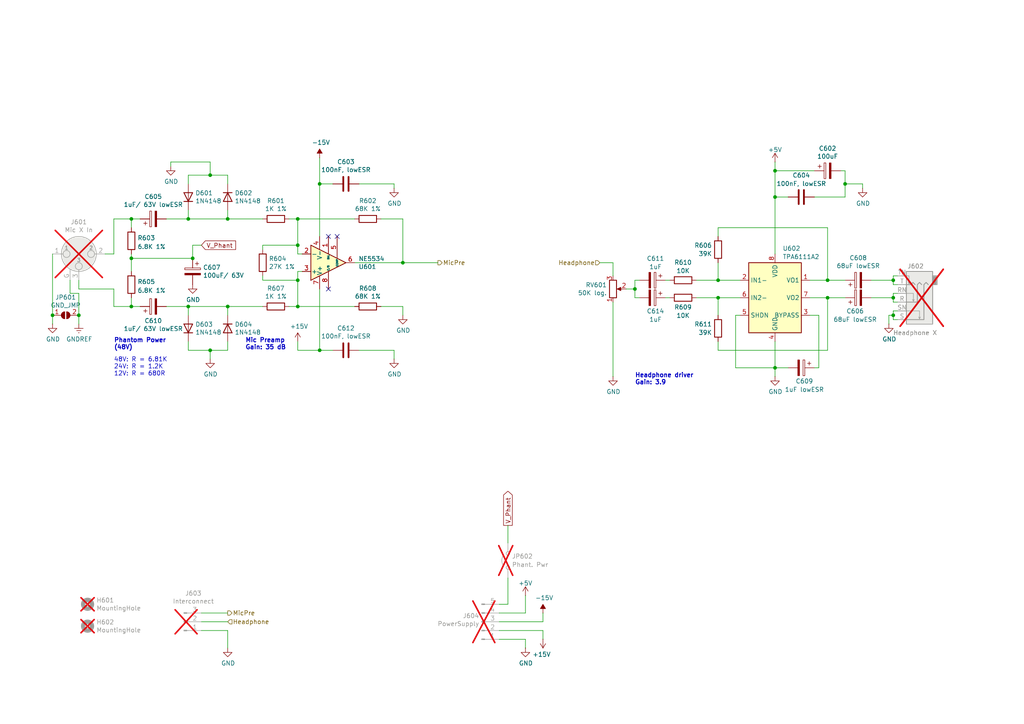
<source format=kicad_sch>
(kicad_sch (version 20231120) (generator "eeschema") (generator_version "8.0")
  (paper "A4")
  (title_block (title "c3lingo interpeter unit -- channel strip (I/O)") (date "2024-08-30") (rev "v0.3.1") (company "Jannik Beyerstedt (jtbx)") (comment 1 "Prototype 2"))
  (lib_symbols
    (symbol "Amplifier_Operational:NE5534" (pin_names (offset 0.127))
      (property "Reference" "U" (at 1.27 6.35 0))
      (property "Value" "NE5534" (at 1.27 3.81 0))
      (symbol "NE5534_0_1"
        (polyline (pts (xy -5.08 5.08) (xy 5.08 0) (xy -5.08 -5.08) (xy -5.08 5.08)) (stroke (width 0.254)) (fill (type background)))
      )
      (symbol "NE5534_1_1"
        (pin input line (at 0 -7.62 90) (length 5.08) (name "BAL") (number "1"))
        (pin input line (at -7.62 -2.54 0) (length 2.54) (name "-") (number "2"))
        (pin input line (at -7.62 2.54 0) (length 2.54) (name "+") (number "3"))
        (pin power_in line (at -2.54 -7.62 90) (length 3.81) (name "V-") (number "4"))
        (pin input line (at 2.54 -7.62 90) (length 6.35) (name "COMP") (number "5"))
        (pin output line (at 7.62 0 180) (length 2.54) (name "~") (number "6"))
        (pin power_in line (at -2.54 7.62 270) (length 3.81) (name "V+") (number "7"))
        (pin input line (at 0 7.62 270) (length 5.08) (name "C/B") (number "8"))
      )
    )
    (symbol "Connector:Conn_01x03_Pin" (pin_names (offset 1.016) hide)
      (property "Reference" "J" (at 0 5.08 0))
      (property "Value" "Conn_01x03_Pin" (at 0 -5.08 0))
      (symbol "Conn_01x03_Pin_1_1"
        (polyline (pts (xy 1.27 -2.54) (xy 0.8636 -2.54)) (stroke (width 0.1524)))
        (polyline (pts (xy 1.27 0) (xy 0.8636 0)) (stroke (width 0.1524)))
        (polyline (pts (xy 1.27 2.54) (xy 0.8636 2.54)) (stroke (width 0.1524)))
        (rectangle (start 0.8636 -2.413) (end 0 -2.667) (stroke (width 0.1524)) (fill (type outline)))
        (rectangle (start 0.8636 0.127) (end 0 -0.127) (stroke (width 0.1524)) (fill (type outline)))
        (rectangle (start 0.8636 2.667) (end 0 2.413) (stroke (width 0.1524)) (fill (type outline)))
        (pin passive line (at 5.08 2.54 180) (length 3.81) (name "Pin_1") (number "1"))
        (pin passive line (at 5.08 0 180) (length 3.81) (name "Pin_2") (number "2"))
        (pin passive line (at 5.08 -2.54 180) (length 3.81) (name "Pin_3") (number "3"))
      )
    )
    (symbol "Connector:Conn_01x05_Pin" (pin_names (offset 1.016) hide)
      (property "Reference" "J" (at 0 7.62 0))
      (property "Value" "Conn_01x05_Pin" (at 0 -7.62 0))
      (symbol "Conn_01x05_Pin_1_1"
        (polyline (pts (xy 1.27 -5.08) (xy 0.8636 -5.08)) (stroke (width 0.1524)))
        (polyline (pts (xy 1.27 -2.54) (xy 0.8636 -2.54)) (stroke (width 0.1524)))
        (polyline (pts (xy 1.27 0) (xy 0.8636 0)) (stroke (width 0.1524)))
        (polyline (pts (xy 1.27 2.54) (xy 0.8636 2.54)) (stroke (width 0.1524)))
        (polyline (pts (xy 1.27 5.08) (xy 0.8636 5.08)) (stroke (width 0.1524)))
        (rectangle (start 0.8636 -4.953) (end 0 -5.207) (stroke (width 0.1524)) (fill (type outline)))
        (rectangle (start 0.8636 -2.413) (end 0 -2.667) (stroke (width 0.1524)) (fill (type outline)))
        (rectangle (start 0.8636 0.127) (end 0 -0.127) (stroke (width 0.1524)) (fill (type outline)))
        (rectangle (start 0.8636 2.667) (end 0 2.413) (stroke (width 0.1524)) (fill (type outline)))
        (rectangle (start 0.8636 5.207) (end 0 4.953) (stroke (width 0.1524)) (fill (type outline)))
        (pin passive line (at 5.08 5.08 180) (length 3.81) (name "Pin_1") (number "1"))
        (pin passive line (at 5.08 2.54 180) (length 3.81) (name "Pin_2") (number "2"))
        (pin passive line (at 5.08 0 180) (length 3.81) (name "Pin_3") (number "3"))
        (pin passive line (at 5.08 -2.54 180) (length 3.81) (name "Pin_4") (number "4"))
        (pin passive line (at 5.08 -5.08 180) (length 3.81) (name "Pin_5") (number "5"))
      )
    )
    (symbol "Connector_Audio:NJ6FD-V"
      (property "Reference" "J" (at 0 11.43 0))
      (property "Value" "NJ6FD-V" (at 0 8.89 0))
      (symbol "NJ6FD-V_0_1"
        (rectangle (start -5.08 -5.08) (end -6.35 -7.62) (stroke (width 0.254)) (fill (type outline)))
        (polyline (pts (xy -1.27 4.826) (xy -1.016 4.318)))
        (polyline (pts (xy 0.508 -0.254) (xy 0.762 -0.762)))
        (polyline (pts (xy 1.778 -5.334) (xy 2.032 -5.842)))
        (polyline (pts (xy 0 -5.08) (xy 0.635 -5.715) (xy 1.27 -5.08) (xy 2.54 -5.08)) (stroke (width 0.254)))
        (polyline (pts (xy 2.54 -7.62) (xy 1.778 -7.62) (xy 1.778 -5.334) (xy 1.524 -5.842)))
        (polyline (pts (xy 2.54 -2.54) (xy 0.508 -2.54) (xy 0.508 -0.254) (xy 0.254 -0.762)))
        (polyline (pts (xy 2.54 2.54) (xy -1.27 2.54) (xy -1.27 4.826) (xy -1.524 4.318)))
        (polyline (pts (xy -1.905 -5.08) (xy -1.27 -5.715) (xy -0.635 -5.08) (xy -0.635 0) (xy 2.54 0)) (stroke (width 0.254)))
        (polyline (pts (xy 2.54 5.08) (xy -2.54 5.08) (xy -2.54 -5.08) (xy -3.175 -5.715) (xy -3.81 -5.08)) (stroke (width 0.254)))
        (rectangle (start 2.54 6.35) (end -5.08 -8.89) (stroke (width 0.254)) (fill (type background)))
      )
      (symbol "NJ6FD-V_1_1"
        (pin passive line (at 5.08 0 180) (length 2.54) (name "~") (number "R"))
        (pin passive line (at 5.08 -2.54 180) (length 2.54) (name "~") (number "RN"))
        (pin passive line (at 5.08 5.08 180) (length 2.54) (name "~") (number "S"))
        (pin passive line (at 5.08 2.54 180) (length 2.54) (name "~") (number "SN"))
        (pin passive line (at 5.08 -5.08 180) (length 2.54) (name "~") (number "T"))
        (pin passive line (at 5.08 -7.62 180) (length 2.54) (name "~") (number "TN"))
      )
    )
    (symbol "Connector_Audio:XLR3_Ground" (pin_names hide)
      (property "Reference" "J" (at 0 8.89 0))
      (property "Value" "XLR3_Ground" (at 0 6.35 0))
      (symbol "XLR3_Ground_0_1"
        (circle (center -3.556 0) (radius 1.016))
        (circle (center 0 -3.556) (radius 1.016))
        (polyline (pts (xy -5.08 0) (xy -4.572 0)))
        (polyline (pts (xy -2.54 -5.08) (xy -2.54 -4.445)))
        (polyline (pts (xy 0 -5.08) (xy 0 -4.572)))
        (polyline (pts (xy 5.08 0) (xy 4.572 0)))
        (circle (center 0 0) (radius 5.08) (fill (type background)))
        (circle (center 3.556 0) (radius 1.016))
        (text "1" (at -3.556 1.778 0) (effects (font (size 1.016 1.016) (bold yes))))
        (text "2" (at 3.556 1.778 0) (effects (font (size 1.016 1.016) (bold yes))))
        (text "3" (at 0 -1.778 0) (effects (font (size 1.016 1.016) (bold yes))))
        (pin passive line (at -7.62 0 0) (length 2.54) (name "~") (number "1"))
        (pin passive line (at 7.62 0 180) (length 2.54) (name "~") (number "2"))
        (pin passive line (at 0 -7.62 90) (length 2.54) (name "~") (number "3"))
      )
      (symbol "XLR3_Ground_1_1"
        (pin passive line (at -2.54 -7.62 90) (length 2.54) (name "~") (number "G"))
      )
    )
    (symbol "Device:C" (pin_numbers hide) (pin_names (offset 0.254))
      (property "Reference" "C" (at 0.635 2.54 0))
      (property "Value" "C" (at 0.635 -2.54 0))
      (symbol "C_0_1"
        (polyline (pts (xy -2.032 -0.762) (xy 2.032 -0.762)) (stroke (width 0.508)))
        (polyline (pts (xy -2.032 0.762) (xy 2.032 0.762)) (stroke (width 0.508)))
      )
      (symbol "C_1_1"
        (pin passive line (at 0 3.81 270) (length 2.794) (name "~") (number "1"))
        (pin passive line (at 0 -3.81 90) (length 2.794) (name "~") (number "2"))
      )
    )
    (symbol "Device:C_Polarized" (pin_numbers hide) (pin_names (offset 0.254))
      (property "Reference" "C" (at 0.635 2.54 0))
      (property "Value" "C_Polarized" (at 0.635 -2.54 0))
      (symbol "C_Polarized_0_1"
        (rectangle (start -2.286 0.508) (end 2.286 1.016))
        (polyline (pts (xy -1.778 2.286) (xy -0.762 2.286)))
        (polyline (pts (xy -1.27 2.794) (xy -1.27 1.778)))
        (rectangle (start 2.286 -0.508) (end -2.286 -1.016) (fill (type outline)))
      )
      (symbol "C_Polarized_1_1"
        (pin passive line (at 0 3.81 270) (length 2.794) (name "~") (number "1"))
        (pin passive line (at 0 -3.81 90) (length 2.794) (name "~") (number "2"))
      )
    )
    (symbol "Device:D" (pin_numbers hide) (pin_names (offset 1.016) hide)
      (property "Reference" "D" (at 0 2.54 0))
      (property "Value" "D" (at 0 -2.54 0))
      (symbol "D_0_1"
        (polyline (pts (xy -1.27 1.27) (xy -1.27 -1.27)) (stroke (width 0.254)))
        (polyline (pts (xy 1.27 0) (xy -1.27 0)))
        (polyline (pts (xy 1.27 1.27) (xy 1.27 -1.27) (xy -1.27 0) (xy 1.27 1.27)) (stroke (width 0.254)))
      )
      (symbol "D_1_1"
        (pin passive line (at -3.81 0 0) (length 2.54) (name "K") (number "1"))
        (pin passive line (at 3.81 0 180) (length 2.54) (name "A") (number "2"))
      )
    )
    (symbol "Device:R" (pin_numbers hide) (pin_names (offset 0))
      (property "Reference" "R" (at 2.032 0 90))
      (property "Value" "R" (at 0 0 90))
      (symbol "R_0_1"
        (rectangle (start -1.016 -2.54) (end 1.016 2.54) (stroke (width 0.254)))
      )
      (symbol "R_1_1"
        (pin passive line (at 0 3.81 270) (length 1.27) (name "~") (number "1"))
        (pin passive line (at 0 -3.81 90) (length 1.27) (name "~") (number "2"))
      )
    )
    (symbol "Device:R_Potentiometer" (pin_names (offset 1.016) hide)
      (property "Reference" "RV" (at -4.445 0 90))
      (property "Value" "R_Potentiometer" (at -2.54 0 90))
      (symbol "R_Potentiometer_0_1"
        (polyline (pts (xy 2.54 0) (xy 1.524 0)))
        (polyline (pts (xy 1.143 0) (xy 2.286 0.508) (xy 2.286 -0.508) (xy 1.143 0)) (fill (type outline)))
        (rectangle (start 1.016 2.54) (end -1.016 -2.54) (stroke (width 0.254)))
      )
      (symbol "R_Potentiometer_1_1"
        (pin passive line (at 0 3.81 270) (length 1.27) (name "1") (number "1"))
        (pin passive line (at 3.81 0 180) (length 1.27) (name "2") (number "2"))
        (pin passive line (at 0 -3.81 90) (length 1.27) (name "3") (number "3"))
      )
    )
    (symbol "Jumper:Jumper_2_Open" (pin_numbers hide) (pin_names (offset 0) hide) (exclude_from_sim yes)
      (property "Reference" "JP" (at 0 2.794 0))
      (property "Value" "Jumper_2_Open" (at 0 -2.286 0))
      (symbol "Jumper_2_Open_0_0"
        (circle (center -2.032 0) (radius 0.508))
        (circle (center 2.032 0) (radius 0.508))
      )
      (symbol "Jumper_2_Open_0_1"
        (arc (start 1.524 1.27) (mid 0 1.778) (end -1.524 1.27))
      )
      (symbol "Jumper_2_Open_1_1"
        (pin passive line (at -5.08 0 0) (length 2.54) (name "A") (number "1"))
        (pin passive line (at 5.08 0 180) (length 2.54) (name "B") (number "2"))
      )
    )
    (symbol "Jumper:SolderJumper_2_Open" (pin_names (offset 0) hide)
      (property "Reference" "JP" (at 0 2.032 0))
      (property "Value" "SolderJumper_2_Open" (at 0 -2.54 0))
      (symbol "SolderJumper_2_Open_0_1"
        (arc (start -0.254 1.016) (mid -1.2656 0) (end -0.254 -1.016))
        (arc (start -0.254 1.016) (mid -1.2656 0) (end -0.254 -1.016) (fill (type outline)))
        (polyline (pts (xy -0.254 1.016) (xy -0.254 -1.016)))
        (polyline (pts (xy 0.254 1.016) (xy 0.254 -1.016)))
        (arc (start 0.254 -1.016) (mid 1.2656 0) (end 0.254 1.016))
        (arc (start 0.254 -1.016) (mid 1.2656 0) (end 0.254 1.016) (fill (type outline)))
      )
      (symbol "SolderJumper_2_Open_1_1"
        (pin passive line (at -3.81 0 0) (length 2.54) (name "A") (number "1"))
        (pin passive line (at 3.81 0 180) (length 2.54) (name "B") (number "2"))
      )
    )
    (symbol "Mechanical:MountingHole" (pin_names (offset 1.016))
      (property "Reference" "H" (at 0 5.08 0))
      (property "Value" "MountingHole" (at 0 3.175 0))
      (symbol "MountingHole_0_1"
        (circle (center 0 0) (radius 1.27) (stroke (width 1.27)))
      )
    )
    (symbol "c3lingo_unit:TPA6111A2"
      (property "Reference" "U" (at -6.35 11.43 0))
      (property "Value" "TPA6111A2" (at 6.35 11.43 0))
      (symbol "TPA6111A2_0_1"
        (rectangle (start -7.62 10.16) (end 7.62 -10.16) (stroke (width 0.254)) (fill (type background)))
      )
      (symbol "TPA6111A2_1_1"
        (pin output line (at 10.16 5.08 180) (length 2.54) (name "VO1") (number "1"))
        (pin input line (at -10.16 5.08 0) (length 2.54) (name "IN1-") (number "2"))
        (pin passive line (at 10.16 -5.08 180) (length 2.54) (name "BYPASS") (number "3"))
        (pin power_in line (at 0 -12.7 90) (length 2.54) (name "GND") (number "4"))
        (pin input line (at -10.16 -5.08 0) (length 2.54) (name "SHDN") (number "5"))
        (pin input line (at -10.16 0 0) (length 2.54) (name "IN2-") (number "6"))
        (pin output line (at 10.16 0 180) (length 2.54) (name "VO2") (number "7"))
        (pin power_in line (at 0 12.7 270) (length 2.54) (name "VDD") (number "8"))
      )
    )
    (symbol "power:+15V" (power) (pin_numbers hide) (pin_names (offset 0) hide)
      (property "Value" "+15V" (at 0 3.556 0))
      (symbol "+15V_0_1"
        (polyline (pts (xy -0.762 1.27) (xy 0 2.54)))
        (polyline (pts (xy 0 0) (xy 0 2.54)))
        (polyline (pts (xy 0 2.54) (xy 0.762 1.27)))
      )
      (symbol "+15V_1_1"
        (pin power_in line (at 0 0 90) (length 0) (name "~") (number "1"))
      )
    )
    (symbol "power:+5V" (power) (pin_numbers hide) (pin_names (offset 0) hide)
      (property "Value" "+5V" (at 0 3.556 0))
      (symbol "+5V_0_1"
        (polyline (pts (xy -0.762 1.27) (xy 0 2.54)))
        (polyline (pts (xy 0 0) (xy 0 2.54)))
        (polyline (pts (xy 0 2.54) (xy 0.762 1.27)))
      )
      (symbol "+5V_1_1"
        (pin power_in line (at 0 0 90) (length 0) (name "~") (number "1"))
      )
    )
    (symbol "power:-15V" (power) (pin_numbers hide) (pin_names (offset 0) hide)
      (property "Value" "-15V" (at 0 3.556 0))
      (symbol "-15V_0_0"
        (pin power_in line (at 0 0 90) (length 0) (name "~") (number "1"))
      )
      (symbol "-15V_0_1"
        (polyline (pts (xy 0 0) (xy 0 1.27) (xy 0.762 1.27) (xy 0 2.54) (xy -0.762 1.27) (xy 0 1.27)) (fill (type outline)))
      )
    )
    (symbol "power:GND" (power) (pin_numbers hide) (pin_names (offset 0) hide)
      (property "Value" "GND" (at 0 -3.81 0))
      (symbol "GND_0_1"
        (polyline (pts (xy 0 0) (xy 0 -1.27) (xy 1.27 -1.27) (xy 0 -2.54) (xy -1.27 -1.27) (xy 0 -1.27)))
      )
      (symbol "GND_1_1"
        (pin power_in line (at 0 0 270) (length 0) (name "~") (number "1"))
      )
    )
    (symbol "power:GNDREF" (power) (pin_numbers hide) (pin_names (offset 0) hide)
      (property "Value" "GNDREF" (at 0 -3.81 0))
      (symbol "GNDREF_0_1"
        (polyline (pts (xy -0.635 -1.905) (xy 0.635 -1.905)))
        (polyline (pts (xy -0.127 -2.54) (xy 0.127 -2.54)))
        (polyline (pts (xy 0 -1.27) (xy 0 0)))
        (polyline (pts (xy 1.27 -1.27) (xy -1.27 -1.27)))
      )
      (symbol "GNDREF_1_1"
        (pin power_in line (at 0 0 270) (length 0) (name "~") (number "1"))
      )
    )
  )
  (junction (at 245.11 53.34))
  (junction (at 224.79 49.53))
  (junction (at 60.96 101.6))
  (junction (at 15.24 91.44))
  (junction (at 208.28 86.36))
  (junction (at 92.71 53.34))
  (junction (at 259.08 91.44))
  (junction (at 224.79 57.15))
  (junction (at 86.36 71.12))
  (junction (at 22.86 91.44))
  (junction (at 38.1 88.9))
  (junction (at 55.88 74.93))
  (junction (at 208.28 81.28))
  (junction (at 224.79 106.68))
  (junction (at 60.96 50.8))
  (junction (at 240.03 81.28))
  (junction (at 184.15 83.82))
  (junction (at 38.1 74.93))
  (junction (at 86.36 63.5))
  (junction (at 92.71 101.6))
  (junction (at 66.04 63.5))
  (junction (at 54.61 88.9))
  (junction (at 86.36 88.9))
  (junction (at 116.84 76.2))
  (junction (at 259.08 86.36))
  (junction (at 54.61 63.5))
  (junction (at 66.04 88.9))
  (junction (at 38.1 63.5))
  (junction (at 240.03 86.36))
  (junction (at 259.08 81.28))
  (junction (at 86.36 81.28))
  (no_connect (at 95.25 83.82))
  (no_connect (at 97.79 68.58))
  (no_connect (at 95.25 68.58))
  (wire (pts (xy 15.24 93.98) (xy 15.24 91.44)))
  (wire (pts (xy 224.79 99.06) (xy 224.79 106.68)))
  (wire (pts (xy 147.32 175.26) (xy 144.78 175.26)))
  (wire (pts (xy 92.71 53.34) (xy 96.52 53.34)))
  (wire (pts (xy 147.32 167.64) (xy 147.32 175.26)))
  (wire (pts (xy 33.02 63.5) (xy 38.1 63.5)))
  (wire (pts (xy 257.81 91.44) (xy 259.08 91.44)))
  (wire (pts (xy 54.61 88.9) (xy 54.61 91.44)))
  (wire (pts (xy 76.2 81.28) (xy 76.2 80.01)))
  (wire (pts (xy 250.19 53.34) (xy 250.19 54.61)))
  (wire (pts (xy 92.71 45.72) (xy 92.71 53.34)))
  (wire (pts (xy 208.28 86.36) (xy 214.63 86.36)))
  (wire (pts (xy 22.86 85.09) (xy 20.32 85.09)))
  (wire (pts (xy 260.35 87.63) (xy 259.08 87.63)))
  (wire (pts (xy 86.36 81.28) (xy 76.2 81.28)))
  (wire (pts (xy 184.15 86.36) (xy 184.15 83.82)))
  (wire (pts (xy 58.42 177.8) (xy 66.04 177.8)))
  (wire (pts (xy 260.35 85.09) (xy 259.08 85.09)))
  (wire (pts (xy 208.28 86.36) (xy 208.28 91.44)))
  (wire (pts (xy 224.79 46.99) (xy 224.79 49.53)))
  (wire (pts (xy 33.02 88.9) (xy 38.1 88.9)))
  (wire (pts (xy 55.88 71.12) (xy 58.42 71.12)))
  (wire (pts (xy 208.28 76.2) (xy 208.28 81.28)))
  (wire (pts (xy 234.95 81.28) (xy 240.03 81.28)))
  (wire (pts (xy 214.63 91.44) (xy 213.36 91.44)))
  (wire (pts (xy 236.22 57.15) (xy 245.11 57.15)))
  (wire (pts (xy 184.15 81.28) (xy 184.15 83.82)))
  (wire (pts (xy 22.86 83.82) (xy 33.02 83.82)))
  (wire (pts (xy 54.61 99.06) (xy 54.61 101.6)))
  (wire (pts (xy 257.81 93.98) (xy 257.81 91.44)))
  (wire (pts (xy 66.04 88.9) (xy 76.2 88.9)))
  (wire (pts (xy 184.15 81.28) (xy 185.42 81.28)))
  (wire (pts (xy 157.48 180.34) (xy 157.48 177.8)))
  (wire (pts (xy 66.04 50.8) (xy 66.04 53.34)))
  (wire (pts (xy 245.11 49.53) (xy 243.84 49.53)))
  (wire (pts (xy 54.61 88.9) (xy 66.04 88.9)))
  (wire (pts (xy 66.04 63.5) (xy 76.2 63.5)))
  (wire (pts (xy 224.79 49.53) (xy 224.79 57.15)))
  (wire (pts (xy 259.08 80.01) (xy 259.08 81.28)))
  (wire (pts (xy 144.78 177.8) (xy 152.4 177.8)))
  (wire (pts (xy 213.36 106.68) (xy 224.79 106.68)))
  (wire (pts (xy 144.78 180.34) (xy 157.48 180.34)))
  (wire (pts (xy 48.26 88.9) (xy 54.61 88.9)))
  (wire (pts (xy 259.08 81.28) (xy 259.08 82.55)))
  (wire (pts (xy 20.32 81.28) (xy 20.32 85.09)))
  (wire (pts (xy 22.86 93.98) (xy 22.86 91.44)))
  (wire (pts (xy 54.61 63.5) (xy 54.61 60.96)))
  (wire (pts (xy 92.71 101.6) (xy 96.52 101.6)))
  (wire (pts (xy 66.04 187.96) (xy 66.04 182.88)))
  (wire (pts (xy 54.61 53.34) (xy 54.61 50.8)))
  (wire (pts (xy 224.79 57.15) (xy 228.6 57.15)))
  (wire (pts (xy 58.42 180.34) (xy 66.04 180.34)))
  (wire (pts (xy 76.2 71.12) (xy 86.36 71.12)))
  (wire (pts (xy 152.4 185.42) (xy 152.4 187.96)))
  (wire (pts (xy 213.36 91.44) (xy 213.36 106.68)))
  (wire (pts (xy 260.35 90.17) (xy 259.08 90.17)))
  (wire (pts (xy 152.4 177.8) (xy 152.4 172.72)))
  (wire (pts (xy 60.96 50.8) (xy 66.04 50.8)))
  (wire (pts (xy 245.11 53.34) (xy 250.19 53.34)))
  (wire (pts (xy 224.79 106.68) (xy 228.6 106.68)))
  (wire (pts (xy 30.48 73.66) (xy 33.02 73.66)))
  (wire (pts (xy 185.42 86.36) (xy 184.15 86.36)))
  (wire (pts (xy 245.11 57.15) (xy 245.11 53.34)))
  (wire (pts (xy 49.53 46.99) (xy 60.96 46.99)))
  (wire (pts (xy 260.35 80.01) (xy 259.08 80.01)))
  (wire (pts (xy 240.03 101.6) (xy 240.03 86.36)))
  (wire (pts (xy 92.71 68.58) (xy 92.71 53.34)))
  (wire (pts (xy 76.2 72.39) (xy 76.2 71.12)))
  (wire (pts (xy 240.03 86.36) (xy 245.11 86.36)))
  (wire (pts (xy 60.96 101.6) (xy 66.04 101.6)))
  (wire (pts (xy 66.04 101.6) (xy 66.04 99.06)))
  (wire (pts (xy 177.8 87.63) (xy 177.8 109.22)))
  (wire (pts (xy 38.1 86.36) (xy 38.1 88.9)))
  (wire (pts (xy 49.53 48.26) (xy 49.53 46.99)))
  (wire (pts (xy 114.3 53.34) (xy 114.3 54.61)))
  (wire (pts (xy 15.24 73.66) (xy 15.24 91.44)))
  (wire (pts (xy 102.87 63.5) (xy 86.36 63.5)))
  (wire (pts (xy 259.08 92.71) (xy 260.35 92.71)))
  (wire (pts (xy 224.79 57.15) (xy 224.79 73.66)))
  (wire (pts (xy 38.1 66.04) (xy 38.1 63.5)))
  (wire (pts (xy 38.1 73.66) (xy 38.1 74.93)))
  (wire (pts (xy 86.36 71.12) (xy 86.36 73.66)))
  (wire (pts (xy 147.32 152.4) (xy 147.32 157.48)))
  (wire (pts (xy 54.61 63.5) (xy 66.04 63.5)))
  (wire (pts (xy 116.84 63.5) (xy 110.49 63.5)))
  (wire (pts (xy 201.93 86.36) (xy 208.28 86.36)))
  (wire (pts (xy 114.3 104.14) (xy 114.3 101.6)))
  (wire (pts (xy 116.84 76.2) (xy 116.84 63.5)))
  (wire (pts (xy 86.36 81.28) (xy 86.36 88.9)))
  (wire (pts (xy 208.28 68.58) (xy 208.28 66.04)))
  (wire (pts (xy 60.96 46.99) (xy 60.96 50.8)))
  (wire (pts (xy 157.48 185.42) (xy 157.48 182.88)))
  (wire (pts (xy 33.02 83.82) (xy 33.02 88.9)))
  (wire (pts (xy 116.84 76.2) (xy 127 76.2)))
  (wire (pts (xy 38.1 63.5) (xy 40.64 63.5)))
  (wire (pts (xy 86.36 101.6) (xy 86.36 99.06)))
  (wire (pts (xy 252.73 81.28) (xy 259.08 81.28)))
  (wire (pts (xy 193.04 81.28) (xy 194.31 81.28)))
  (wire (pts (xy 173.99 76.2) (xy 177.8 76.2)))
  (wire (pts (xy 240.03 66.04) (xy 240.03 81.28)))
  (wire (pts (xy 240.03 81.28) (xy 245.11 81.28)))
  (wire (pts (xy 38.1 74.93) (xy 38.1 78.74)))
  (wire (pts (xy 48.26 63.5) (xy 54.61 63.5)))
  (wire (pts (xy 92.71 101.6) (xy 86.36 101.6)))
  (wire (pts (xy 144.78 182.88) (xy 157.48 182.88)))
  (wire (pts (xy 252.73 86.36) (xy 259.08 86.36)))
  (wire (pts (xy 86.36 63.5) (xy 83.82 63.5)))
  (wire (pts (xy 104.14 101.6) (xy 114.3 101.6)))
  (wire (pts (xy 87.63 78.74) (xy 86.36 78.74)))
  (wire (pts (xy 102.87 76.2) (xy 116.84 76.2)))
  (wire (pts (xy 66.04 88.9) (xy 66.04 91.44)))
  (wire (pts (xy 60.96 104.14) (xy 60.96 101.6)))
  (wire (pts (xy 224.79 49.53) (xy 236.22 49.53)))
  (wire (pts (xy 55.88 74.93) (xy 55.88 71.12)))
  (wire (pts (xy 86.36 71.12) (xy 86.36 63.5)))
  (wire (pts (xy 259.08 87.63) (xy 259.08 86.36)))
  (wire (pts (xy 66.04 182.88) (xy 58.42 182.88)))
  (wire (pts (xy 259.08 85.09) (xy 259.08 86.36)))
  (wire (pts (xy 177.8 76.2) (xy 177.8 80.01)))
  (wire (pts (xy 259.08 90.17) (xy 259.08 91.44)))
  (wire (pts (xy 234.95 86.36) (xy 240.03 86.36)))
  (wire (pts (xy 116.84 88.9) (xy 116.84 91.44)))
  (wire (pts (xy 208.28 66.04) (xy 240.03 66.04)))
  (wire (pts (xy 237.49 106.68) (xy 236.22 106.68)))
  (wire (pts (xy 38.1 74.93) (xy 55.88 74.93)))
  (wire (pts (xy 245.11 53.34) (xy 245.11 49.53)))
  (wire (pts (xy 54.61 101.6) (xy 60.96 101.6)))
  (wire (pts (xy 102.87 88.9) (xy 86.36 88.9)))
  (wire (pts (xy 224.79 106.68) (xy 224.79 109.22)))
  (wire (pts (xy 201.93 81.28) (xy 208.28 81.28)))
  (wire (pts (xy 86.36 88.9) (xy 83.82 88.9)))
  (wire (pts (xy 86.36 78.74) (xy 86.36 81.28)))
  (wire (pts (xy 259.08 91.44) (xy 259.08 92.71)))
  (wire (pts (xy 86.36 73.66) (xy 87.63 73.66)))
  (wire (pts (xy 237.49 91.44) (xy 237.49 106.68)))
  (wire (pts (xy 22.86 81.28) (xy 22.86 83.82)))
  (wire (pts (xy 54.61 50.8) (xy 60.96 50.8)))
  (wire (pts (xy 33.02 73.66) (xy 33.02 63.5)))
  (wire (pts (xy 22.86 91.44) (xy 22.86 85.09)))
  (wire (pts (xy 208.28 99.06) (xy 208.28 101.6)))
  (wire (pts (xy 110.49 88.9) (xy 116.84 88.9)))
  (wire (pts (xy 234.95 91.44) (xy 237.49 91.44)))
  (wire (pts (xy 38.1 88.9) (xy 40.64 88.9)))
  (wire (pts (xy 144.78 185.42) (xy 152.4 185.42)))
  (wire (pts (xy 181.61 83.82) (xy 184.15 83.82)))
  (wire (pts (xy 259.08 82.55) (xy 260.35 82.55)))
  (wire (pts (xy 66.04 60.96) (xy 66.04 63.5)))
  (wire (pts (xy 208.28 101.6) (xy 240.03 101.6)))
  (wire (pts (xy 114.3 53.34) (xy 104.14 53.34)))
  (wire (pts (xy 193.04 86.36) (xy 194.31 86.36)))
  (wire (pts (xy 92.71 83.82) (xy 92.71 101.6)))
  (wire (pts (xy 208.28 81.28) (xy 214.63 81.28)))
  (text "Mic Preamp\nGain: 35 dB" (at 71.12 101.6 0) (effects (font (size 1.27 1.27) (thickness 0.254) (bold yes)) (justify left bottom)))
  (text "Headphone driver\nGain: 3.9" (at 184.15 111.76 0) (effects (font (size 1.27 1.27) (thickness 0.254) (bold yes)) (justify left bottom)))
  (text "48V: R = 6.81K\n24V: R = 1.2K\n12V: R = 680R" (at 33.02 109.22 0) (effects (font (size 1.27 1.27)) (justify left bottom)))
  (text "Phantom Power\n(48V)" (at 33.02 101.6 0) (effects (font (size 1.27 1.27) (thickness 0.254) (bold yes)) (justify left bottom)))
  (global_label "V_Phant" (shape input) (at 58.42 71.12 0) (property "Intersheetrefs" "${INTERSHEET_REFS}" (effects (hide yes))))
  (global_label "V_Phant" (shape output) (at 147.32 152.4 90) (property "Intersheetrefs" "${INTERSHEET_REFS}" (effects (hide yes))))
  (hierarchical_label "MicPre" (shape output) (at 127 76.2 0))
  (hierarchical_label "Headphone" (shape input) (at 173.99 76.2 180))
  (hierarchical_label "MicPre" (shape output) (at 66.04 177.8 0))
  (hierarchical_label "Headphone" (shape input) (at 66.04 180.34 0))
  (symbol (lib_id "Amplifier_Operational:NE5534") (at 95.25 76.2 0) (mirror x) (unit 1)
    (property "Reference" "U601" (at 103.9876 77.3684 0) (effects (justify left)))
    (property "Value" "NE5534" (at 103.9876 75.057 0) (effects (justify left)))
    (property "Footprint" "Package_SO:SOIC-8_3.9x4.9mm_P1.27mm" (effects (hide yes)))
    (property "Datasheet" "http://www.ti.com/lit/ds/symlink/ne5534.pdf" (effects (hide yes)))
    (property "Model" "NE5534DR (SOIC-8)" (effects (hide yes)))
    (property "LCSC Part #" "C9916" (effects (hide yes)))
  )
  (symbol (lib_id "Connector_Audio:XLR3_Ground") (at 22.86 73.66 0) (unit 1) (dnp yes)
    (property "Reference" "J601" (at 22.86 64.389 0))
    (property "Value" "Mic X In" (at 22.86 66.7004 0))
    (property "Footprint" "Connector_Audio:Jack_XLR_Neutrik_NC3FAAH2_Horizontal" (effects (hide yes)))
    (property "Datasheet" "https://www.neutrik.com/media/8333/download/nc3faah2-1.pdf" (effects (hide yes)))
    (property "Description" "XLR Connector, Male or Female, 3 Pins, Discrete Ground Pin" (effects (hide yes)))
    (property "Model" "NC3FAAH2 (Horiz. Female)" (effects (hide yes)))
  )
  (symbol (lib_id "Connector_Audio:NJ6FD-V") (at 265.43 87.63 180) (unit 1) (dnp yes)
    (property "Reference" "J602" (at 263.144 77.216 0) (effects (justify right)))
    (property "Value" "Headphone X" (at 265.43 96.52 0))
    (property "Footprint" "Connector_Audio:Jack_6.35mm_Neutrik_NMJ6HFD2_Horizontal" (effects (hide yes)))
    (property "Description" "Audio Jack, 3 Poles (Stereo / TRS)" (effects (hide yes)))
    (property "Model" "NYS216G (Horiz.)" (effects (hide yes)))
  )
  (symbol (lib_id "power:GND") (at 15.24 93.98 0) (unit 1)
    (property "Reference" "#PWR0609" (effects (hide yes)))
    (property "Value" "GND" (at 15.367 98.3742 0))
    (property "Description" "Power symbol creates a global label with name \"GND\" , ground" (effects (hide yes)))
  )
  (symbol (lib_id "Device:R") (at 80.01 63.5 270) (unit 1)
    (property "Reference" "R601" (at 80.01 58.2422 90))
    (property "Value" "1K 1%" (at 80.01 60.5536 90))
    (property "Footprint" "Resistor_SMD:R_0805_2012Metric_Pad1.20x1.40mm_HandSolder" (effects (hide yes)))
  )
  (symbol (lib_id "Device:R") (at 106.68 88.9 270) (unit 1)
    (property "Reference" "R608" (at 106.68 83.6422 90))
    (property "Value" "68K 1%" (at 106.68 85.9536 90))
    (property "Footprint" "Resistor_SMD:R_0805_2012Metric_Pad1.20x1.40mm_HandSolder" (effects (hide yes)))
  )
  (symbol (lib_id "Device:R") (at 76.2 76.2 0) (unit 1)
    (property "Reference" "R604" (at 77.978 75.0316 0) (effects (justify left)))
    (property "Value" "27K 1%" (at 77.978 77.343 0) (effects (justify left)))
    (property "Footprint" "Resistor_SMD:R_0805_2012Metric_Pad1.20x1.40mm_HandSolder" (effects (hide yes)))
  )
  (symbol (lib_id "Device:R") (at 80.01 88.9 270) (unit 1)
    (property "Reference" "R607" (at 80.01 83.6422 90))
    (property "Value" "1K 1%" (at 80.01 85.9536 90))
    (property "Footprint" "Resistor_SMD:R_0805_2012Metric_Pad1.20x1.40mm_HandSolder" (effects (hide yes)))
  )
  (symbol (lib_id "power:+15V") (at 86.36 99.06 0) (unit 1)
    (property "Reference" "#PWR0614" (effects (hide yes)))
    (property "Value" "+15V" (at 86.741 94.6658 0))
    (property "Description" "Power symbol creates a global label with name \"+15V\"" (effects (hide yes)))
  )
  (symbol (lib_id "power:-15V") (at 92.71 45.72 0) (unit 1)
    (property "Reference" "#PWR0601" (effects (hide yes)))
    (property "Value" "-15V" (at 93.091 41.3258 0))
    (property "Description" "Power symbol creates a global label with name \"-15V\"" (effects (hide yes)))
  )
  (symbol (lib_id "Device:R") (at 106.68 63.5 90) (mirror x) (unit 1)
    (property "Reference" "R602" (at 106.68 58.2422 90))
    (property "Value" "68K 1%" (at 106.68 60.5536 90))
    (property "Footprint" "Resistor_SMD:R_0805_2012Metric_Pad1.20x1.40mm_HandSolder" (effects (hide yes)))
  )
  (symbol (lib_id "power:GND") (at 116.84 91.44 0) (unit 1)
    (property "Reference" "#PWR0608" (effects (hide yes)))
    (property "Value" "GND" (at 116.967 95.8342 0))
    (property "Description" "Power symbol creates a global label with name \"GND\" , ground" (effects (hide yes)))
  )
  (symbol (lib_id "power:GND") (at 114.3 104.14 0) (unit 1)
    (property "Reference" "#PWR0616" (effects (hide yes)))
    (property "Value" "GND" (at 114.427 108.5342 0))
    (property "Description" "Power symbol creates a global label with name \"GND\" , ground" (effects (hide yes)))
  )
  (symbol (lib_id "Device:C") (at 100.33 101.6 90) (mirror x) (unit 1)
    (property "Reference" "C612" (at 100.33 95.1992 90))
    (property "Value" "100nF, lowESR" (at 100.33 97.5106 90))
    (property "Footprint" "Capacitor_SMD:C_0603_1608Metric_Pad1.08x0.95mm_HandSolder" (effects (hide yes)))
    (property "LCSC Part #" "C14663" (effects (hide yes)))
    (property "Model" "25V+" (effects (hide yes)))
  )
  (symbol (lib_id "Device:C") (at 100.33 53.34 270) (unit 1)
    (property "Reference" "C603" (at 100.33 46.9392 90))
    (property "Value" "100nF, lowESR" (at 100.33 49.2506 90))
    (property "Footprint" "Capacitor_SMD:C_0603_1608Metric_Pad1.08x0.95mm_HandSolder" (effects (hide yes)))
    (property "LCSC Part #" "C14663" (effects (hide yes)))
    (property "Model" "25V+" (effects (hide yes)))
  )
  (symbol (lib_id "power:GND") (at 114.3 54.61 0) (unit 1)
    (property "Reference" "#PWR0604" (effects (hide yes)))
    (property "Value" "GND" (at 114.427 59.0042 0))
    (property "Description" "Power symbol creates a global label with name \"GND\" , ground" (effects (hide yes)))
  )
  (symbol (lib_id "power:GND") (at 257.81 93.98 0) (unit 1)
    (property "Reference" "#PWR0612" (effects (hide yes)))
    (property "Value" "GND" (at 257.937 98.3742 0))
    (property "Description" "Power symbol creates a global label with name \"GND\" , ground" (effects (hide yes)))
  )
  (symbol (lib_id "c3lingo_unit:TPA6111A2") (at 224.79 86.36 0) (unit 1)
    (property "Reference" "U602" (at 226.9841 72.0557 0) (effects (justify left)))
    (property "Value" "TPA6111A2" (at 226.9841 74.4799 0) (effects (justify left)))
    (property "Footprint" "Package_SO:SOIC-8_3.9x4.9mm_P1.27mm" (effects (hide yes)))
    (property "Datasheet" "https://www.ti.com/lit/ds/symlink/tpa6111a2.pdf" (effects (hide yes)))
    (property "LCSC Part #" "C497472" (effects (hide yes)))
  )
  (symbol (lib_id "Device:C_Polarized") (at 232.41 106.68 270) (unit 1)
    (property "Reference" "C609" (at 233.299 110.5591 90))
    (property "Value" "1uF lowESR" (at 233.299 112.9833 90))
    (property "Footprint" "Capacitor_SMD:CP_Elec_4x5.8" (effects (hide yes)))
    (property "LCSC Part #" "C336256" (effects (hide yes)))
  )
  (symbol (lib_id "Device:C_Polarized") (at 248.92 81.28 90) (unit 1)
    (property "Reference" "C608" (at 248.92 74.803 90))
    (property "Value" "68uF lowESR" (at 248.92 77.1144 90))
    (property "Footprint" "Capacitor_SMD:CP_Elec_6.3x5.8" (effects (hide yes)))
    (property "LCSC Part #" "C72478" (effects (hide yes)))
  )
  (symbol (lib_id "Device:R") (at 198.12 86.36 90) (unit 1)
    (property "Reference" "R609" (at 198.12 89.0961 90))
    (property "Value" "10K" (at 198.12 91.5203 90))
    (property "Footprint" "Resistor_SMD:R_0805_2012Metric_Pad1.20x1.40mm_HandSolder" (effects (hide yes)))
    (property "LCSC Part #" "C17414" (effects (hide yes)))
  )
  (symbol (lib_id "power:+5V") (at 224.79 46.99 0) (unit 1)
    (property "Reference" "#PWR0613" (effects (hide yes)))
    (property "Value" "+5V" (at 224.79 43.434 0))
    (property "Description" "Power symbol creates a global label with name \"+5V\"" (effects (hide yes)))
  )
  (symbol (lib_id "power:GND") (at 224.79 109.22 0) (unit 1)
    (property "Reference" "#PWR0611" (effects (hide yes)))
    (property "Value" "GND" (at 224.917 113.6142 0))
    (property "Description" "Power symbol creates a global label with name \"GND\" , ground" (effects (hide yes)))
  )
  (symbol (lib_id "Device:R_Potentiometer") (at 177.8 83.82 0) (mirror x) (unit 1)
    (property "Reference" "RV601" (at 176.0474 82.6516 0) (effects (justify right)))
    (property "Value" "50K log." (at 176.0474 84.963 0) (effects (justify right)))
    (property "Footprint" "Potentiometer_THT:Potentiometer_Alps_RK09K_Single_Horizontal" (effects (hide yes)))
    (property "Model" "RK09K1110B1R (single, horiz.)" (effects (hide yes)))
  )
  (symbol (lib_id "power:GND") (at 177.8 109.22 0) (unit 1)
    (property "Reference" "#PWR0617" (effects (hide yes)))
    (property "Value" "GND" (at 177.927 113.6142 0))
    (property "Description" "Power symbol creates a global label with name \"GND\" , ground" (effects (hide yes)))
  )
  (symbol (lib_id "Device:C_Polarized") (at 248.92 86.36 90) (unit 1)
    (property "Reference" "C606" (at 248.031 90.2391 90))
    (property "Value" "68uF lowESR" (at 248.031 92.6633 90))
    (property "Footprint" "Capacitor_SMD:CP_Elec_6.3x5.8" (effects (hide yes)))
    (property "LCSC Part #" "C72478" (effects (hide yes)))
  )
  (symbol (lib_id "Device:R") (at 38.1 69.85 180) (unit 1)
    (property "Reference" "R603" (at 39.878 69.0153 0) (effects (justify right)))
    (property "Value" "6.8K 1%" (at 39.878 71.5522 0) (effects (justify right)))
    (property "Footprint" "Resistor_SMD:R_0805_2012Metric_Pad1.20x1.40mm_HandSolder" (effects (hide yes)))
  )
  (symbol (lib_id "Device:R") (at 38.1 82.55 0) (mirror x) (unit 1)
    (property "Reference" "R605" (at 39.878 81.7153 0) (effects (justify left)))
    (property "Value" "6.8K 1%" (at 39.878 84.2522 0) (effects (justify left)))
    (property "Footprint" "Resistor_SMD:R_0805_2012Metric_Pad1.20x1.40mm_HandSolder" (effects (hide yes)))
  )
  (symbol (lib_id "Device:C_Polarized") (at 55.88 78.74 0) (mirror y) (unit 1)
    (property "Reference" "C607" (at 58.8772 77.5716 0) (effects (justify right)))
    (property "Value" "100uF/ 63V" (at 58.8772 79.883 0) (effects (justify right)))
    (property "Footprint" "Capacitor_SMD:CP_Elec_6.3x7.7" (effects (hide yes)))
    (property "LCSC Part #" "C72478" (effects (hide yes)))
  )
  (symbol (lib_id "Device:R") (at 208.28 72.39 0) (mirror x) (unit 1)
    (property "Reference" "R606" (at 206.5021 71.1779 0) (effects (justify right)))
    (property "Value" "39K" (at 206.5021 73.6021 0) (effects (justify right)))
    (property "Footprint" "Resistor_SMD:R_0805_2012Metric_Pad1.20x1.40mm_HandSolder" (effects (hide yes)))
  )
  (symbol (lib_id "Device:R") (at 198.12 81.28 90) (mirror x) (unit 1)
    (property "Reference" "R610" (at 198.12 76.1197 90))
    (property "Value" "10K" (at 198.12 78.5439 90))
    (property "Footprint" "Resistor_SMD:R_0805_2012Metric_Pad1.20x1.40mm_HandSolder" (effects (hide yes)))
    (property "LCSC Part #" "C17414" (effects (hide yes)))
  )
  (symbol (lib_id "Device:C_Polarized") (at 44.45 63.5 90) (unit 1)
    (property "Reference" "C605" (at 44.45 57.023 90))
    (property "Value" "1uF/ 63V lowESR" (at 44.45 59.3344 90))
    (property "Footprint" "Capacitor_SMD:CP_Elec_4x5.8" (effects (hide yes)))
    (property "Model" "low ESR electrolytic // plastic film" (effects (hide yes)))
    (property "LCSC Part #" "C336256" (effects (hide yes)))
  )
  (symbol (lib_id "Device:D") (at 66.04 57.15 270) (unit 1)
    (property "Reference" "D602" (at 68.072 55.9816 90) (effects (justify left)))
    (property "Value" "1N4148" (at 68.072 58.293 90) (effects (justify left)))
    (property "Footprint" "Diode_SMD:D_SOD-123" (effects (hide yes)))
    (property "Sim.Device" "D" (effects (hide yes)))
    (property "Sim.Pins" "1=K 2=A" (effects (hide yes)))
    (property "LCSC Part #" "C7420318" (effects (hide yes)))
    (property "Model" "1N4148W (SOD-123)" (effects (hide yes)))
  )
  (symbol (lib_id "Device:D") (at 54.61 57.15 90) (unit 1)
    (property "Reference" "D601" (at 56.642 55.9816 90) (effects (justify right)))
    (property "Value" "1N4148" (at 56.642 58.293 90) (effects (justify right)))
    (property "Footprint" "Diode_SMD:D_SOD-123" (effects (hide yes)))
    (property "Sim.Device" "D" (effects (hide yes)))
    (property "Sim.Pins" "1=K 2=A" (effects (hide yes)))
    (property "LCSC Part #" "C7420318" (effects (hide yes)))
    (property "Model" "1N4148W (SOD-123)" (effects (hide yes)))
  )
  (symbol (lib_id "Device:C") (at 232.41 57.15 90) (mirror x) (unit 1)
    (property "Reference" "C604" (at 232.41 50.8467 90))
    (property "Value" "100nF, lowESR" (at 232.41 53.2709 90))
    (property "Footprint" "Capacitor_SMD:C_0603_1608Metric_Pad1.08x0.95mm_HandSolder" (effects (hide yes)))
    (property "LCSC Part #" "C14663" (effects (hide yes)))
    (property "Model" "25V+" (effects (hide yes)))
  )
  (symbol (lib_id "Device:C_Polarized") (at 189.23 81.28 270) (unit 1)
    (property "Reference" "C611" (at 190.119 74.9765 90))
    (property "Value" "1uF" (at 190.119 77.4008 90))
    (property "Footprint" "Capacitor_SMD:CP_Elec_4x5.8" (effects (hide yes)))
    (property "Model" "16V low ESR electrolytic" (effects (hide yes)))
    (property "LCSC Part #" "C336256" (effects (hide yes)))
  )
  (symbol (lib_id "Device:C_Polarized") (at 44.45 88.9 90) (unit 1)
    (property "Reference" "C610" (at 44.45 93.0402 90))
    (property "Value" "1uF/ 63V lowESR" (at 44.45 95.3516 90))
    (property "Footprint" "Capacitor_SMD:CP_Elec_4x5.8" (effects (hide yes)))
    (property "Model" "low ESR electrolytic // plastic film" (effects (hide yes)))
    (property "LCSC Part #" "C336256" (effects (hide yes)))
  )
  (symbol (lib_id "power:GND") (at 55.88 82.55 0) (unit 1)
    (property "Reference" "#PWR0607" (effects (hide yes)))
    (property "Value" "GND" (at 56.007 86.9442 0))
    (property "Description" "Power symbol creates a global label with name \"GND\" , ground" (effects (hide yes)))
  )
  (symbol (lib_id "Device:C_Polarized") (at 240.03 49.53 90) (mirror x) (unit 1)
    (property "Reference" "C602" (at 240.03 43.053 90))
    (property "Value" "100uF" (at 240.03 45.3644 90))
    (property "Footprint" "Capacitor_SMD:CP_Elec_6.3x7.7" (effects (hide yes)))
    (property "Model" "25V+" (effects (hide yes)))
    (property "LCSC Part #" "C72478" (effects (hide yes)))
  )
  (symbol (lib_id "power:GND") (at 250.19 54.61 0) (unit 1)
    (property "Reference" "#PWR0605" (effects (hide yes)))
    (property "Value" "GND" (at 250.317 59.0042 0))
    (property "Description" "Power symbol creates a global label with name \"GND\" , ground" (effects (hide yes)))
  )
  (symbol (lib_id "power:GND") (at 49.53 48.26 0) (unit 1)
    (property "Reference" "#PWR0602" (effects (hide yes)))
    (property "Value" "GND" (at 49.657 52.6542 0))
    (property "Description" "Power symbol creates a global label with name \"GND\" , ground" (effects (hide yes)))
  )
  (symbol (lib_id "Device:D") (at 66.04 95.25 270) (unit 1)
    (property "Reference" "D604" (at 68.072 94.0816 90) (effects (justify left)))
    (property "Value" "1N4148" (at 68.072 96.393 90) (effects (justify left)))
    (property "Footprint" "Diode_SMD:D_SOD-123" (effects (hide yes)))
    (property "Sim.Device" "D" (effects (hide yes)))
    (property "Sim.Pins" "1=K 2=A" (effects (hide yes)))
    (property "LCSC Part #" "C7420318" (effects (hide yes)))
    (property "Model" "1N4148W (SOD-123)" (effects (hide yes)))
  )
  (symbol (lib_id "Device:D") (at 54.61 95.25 90) (unit 1)
    (property "Reference" "D603" (at 56.642 94.0816 90) (effects (justify right)))
    (property "Value" "1N4148" (at 56.642 96.393 90) (effects (justify right)))
    (property "Footprint" "Diode_SMD:D_SOD-123" (effects (hide yes)))
    (property "Sim.Device" "D" (effects (hide yes)))
    (property "Sim.Pins" "1=K 2=A" (effects (hide yes)))
    (property "LCSC Part #" "C7420318" (effects (hide yes)))
    (property "Model" "1N4148W (SOD-123)" (effects (hide yes)))
  )
  (symbol (lib_id "power:GND") (at 60.96 104.14 0) (unit 1)
    (property "Reference" "#PWR0615" (effects (hide yes)))
    (property "Value" "GND" (at 61.087 108.5342 0))
    (property "Description" "Power symbol creates a global label with name \"GND\" , ground" (effects (hide yes)))
  )
  (symbol (lib_id "Mechanical:MountingHole") (at 25.4 175.26 0) (unit 1) (in_bom no) (dnp yes)
    (property "Reference" "H601" (at 27.94 174.0916 0) (effects (justify left)))
    (property "Value" "MountingHole" (at 27.94 176.403 0) (effects (justify left)))
    (property "Footprint" "MountingHole:MountingHole_3.2mm_M3" (effects (hide yes)))
  )
  (symbol (lib_id "Mechanical:MountingHole") (at 25.4 181.61 0) (unit 1) (in_bom no) (dnp yes)
    (property "Reference" "H602" (at 27.94 180.4416 0) (effects (justify left)))
    (property "Value" "MountingHole" (at 27.94 182.753 0) (effects (justify left)))
    (property "Footprint" "MountingHole:MountingHole_3.2mm_M3" (effects (hide yes)))
  )
  (symbol (lib_id "Connector:Conn_01x03_Pin") (at 53.34 180.34 0) (mirror x) (unit 1) (dnp yes)
    (property "Reference" "J603" (at 56.0832 172.085 0))
    (property "Value" "Interconnect" (at 56.0832 174.3964 0))
    (property "Footprint" "TerminalBlock_Phoenix:TerminalBlock_Phoenix_PTSM-0,5-3-2.5-V-THR_1x03_P2.50mm_Vertical" (effects (hide yes)))
    (property "Model" "PTSM 0,5/ 3-2,5-V THR" (effects (hide yes)))
  )
  (symbol (lib_id "power:GND") (at 152.4 187.96 0) (unit 1)
    (property "Reference" "#PWR0621" (effects (hide yes)))
    (property "Value" "GND" (at 152.527 192.3542 0))
    (property "Description" "Power symbol creates a global label with name \"GND\" , ground" (effects (hide yes)))
  )
  (symbol (lib_id "power:+15V") (at 157.48 185.42 180) (unit 1)
    (property "Reference" "#PWR0619" (effects (hide yes)))
    (property "Value" "+15V" (at 157.099 189.8142 0))
    (property "Description" "Power symbol creates a global label with name \"+15V\"" (effects (hide yes)))
  )
  (symbol (lib_id "power:-15V") (at 157.48 177.8 0) (unit 1)
    (property "Reference" "#PWR0618" (effects (hide yes)))
    (property "Value" "-15V" (at 157.861 173.4058 0))
    (property "Description" "Power symbol creates a global label with name \"-15V\"" (effects (hide yes)))
  )
  (symbol (lib_id "Connector:Conn_01x05_Pin") (at 139.7 180.34 0) (mirror x) (unit 1) (dnp yes)
    (property "Reference" "J604" (at 139.0142 178.6128 0) (effects (justify right)))
    (property "Value" "PowerSupply" (at 139.0142 180.9242 0) (effects (justify right)))
    (property "Footprint" "TerminalBlock_Phoenix:TerminalBlock_Phoenix_PTSM-0,5-5-2.5-V-THR_1x05_P2.50mm_Vertical" (effects (hide yes)))
    (property "Model" "PTSM 0,5/ 5-2,5-V THR" (effects (hide yes)))
  )
  (symbol (lib_id "power:GNDREF") (at 22.86 93.98 0) (unit 1)
    (property "Reference" "#PWR0610" (effects (hide yes)))
    (property "Value" "GNDREF" (at 22.987 98.3742 0))
    (property "Description" "Power symbol creates a global label with name \"GNDREF\" , reference supply ground" (effects (hide yes)))
  )
  (symbol (lib_id "Jumper:SolderJumper_2_Open") (at 19.05 91.44 0) (unit 1) (in_bom no)
    (property "Reference" "JP601" (at 19.05 86.233 0))
    (property "Value" "GND_JMP" (at 19.05 88.5444 0))
    (property "Footprint" "Jumper:SolderJumper-2_P1.3mm_Open_TrianglePad1.0x1.5mm" (effects (hide yes)))
  )
  (symbol (lib_id "power:+5V") (at 152.4 172.72 0) (unit 1)
    (property "Reference" "#PWR0103" (effects (hide yes)))
    (property "Value" "+5V" (at 152.4 169.164 0))
    (property "Description" "Power symbol creates a global label with name \"+5V\"" (effects (hide yes)))
  )
  (symbol (lib_id "Device:C_Polarized") (at 189.23 86.36 270) (unit 1)
    (property "Reference" "C614" (at 190.119 90.2391 90))
    (property "Value" "1uF" (at 190.119 92.6634 90))
    (property "Footprint" "Capacitor_SMD:CP_Elec_4x5.8" (effects (hide yes)))
    (property "Model" "16V low ESR electrolytic" (effects (hide yes)))
    (property "LCSC Part #" "C336256" (effects (hide yes)))
  )
  (symbol (lib_id "Jumper:Jumper_2_Open") (at 147.32 162.56 90) (unit 1) (exclude_from_sim yes) (dnp yes)
    (property "Reference" "JP602" (at 148.463 161.3478 90) (effects (justify right)))
    (property "Value" "Phant. Pwr" (at 148.463 163.7721 90) (effects (justify right)))
    (property "Footprint" "Connector_PinHeader_2.54mm:PinHeader_1x02_P2.54mm_Vertical" (effects (hide yes)))
    (property "Description" "Jumper, 2-pole, open" (effects (hide yes)))
  )
  (symbol (lib_id "power:GND") (at 66.04 187.96 0) (unit 1)
    (property "Reference" "#PWR0620" (effects (hide yes)))
    (property "Value" "GND" (at 66.167 192.3542 0))
    (property "Description" "Power symbol creates a global label with name \"GND\" , ground" (effects (hide yes)))
  )
  (symbol (lib_id "Device:R") (at 208.28 95.25 0) (mirror x) (unit 1)
    (property "Reference" "R611" (at 206.5021 94.0379 0) (effects (justify right)))
    (property "Value" "39K" (at 206.5021 96.4621 0) (effects (justify right)))
    (property "Footprint" "Resistor_SMD:R_0805_2012Metric_Pad1.20x1.40mm_HandSolder" (effects (hide yes)))
  )
)
</source>
